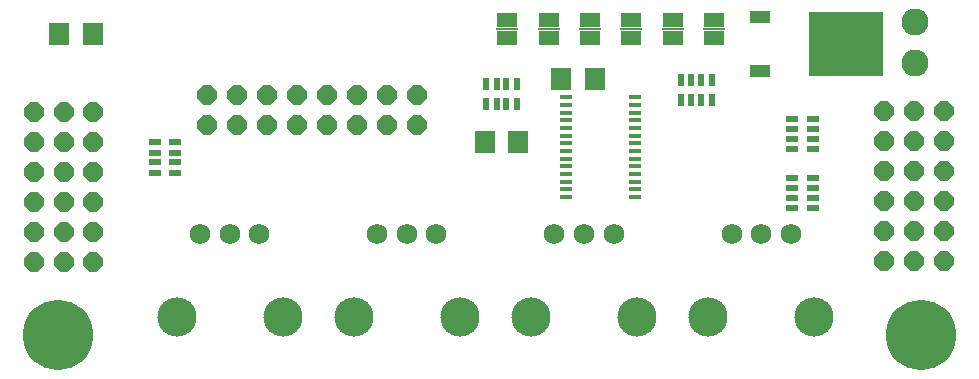
<source format=gbr>
G04 EAGLE Gerber RS-274X export*
G75*
%MOMM*%
%FSLAX34Y34*%
%LPD*%
%INSoldermask Bottom*%
%IPPOS*%
%AMOC8*
5,1,8,0,0,1.08239X$1,22.5*%
G01*
%ADD10C,5.943600*%
%ADD11P,1.759533X8X22.500000*%
%ADD12R,1.092200X0.406400*%
%ADD13R,1.701800X1.270000*%
%ADD14R,1.828800X0.152400*%
%ADD15R,1.701600X1.904600*%
%ADD16C,2.286000*%
%ADD17R,6.301600X5.501600*%
%ADD18R,1.701600X1.101600*%
%ADD19R,1.001600X0.551600*%
%ADD20R,0.551600X1.001600*%
%ADD21P,1.759533X8X202.500000*%
%ADD22C,3.317600*%
%ADD23C,1.751600*%


D10*
X35000Y35000D03*
X765000Y35000D03*
D11*
X161100Y212300D03*
X186500Y212300D03*
X211900Y212300D03*
X237300Y212300D03*
X262700Y212300D03*
X288100Y212300D03*
X161100Y237700D03*
X186500Y237700D03*
X211900Y237700D03*
X237300Y237700D03*
X262700Y237700D03*
X288100Y237700D03*
X313500Y212300D03*
X338900Y212300D03*
X313500Y237700D03*
X338900Y237700D03*
D12*
X523178Y236250D03*
X523178Y229750D03*
X523178Y223250D03*
X523178Y216750D03*
X523178Y210250D03*
X523178Y203750D03*
X523178Y197250D03*
X523178Y190750D03*
X464822Y190750D03*
X464822Y197250D03*
X464822Y203750D03*
X464822Y210250D03*
X464822Y216750D03*
X464822Y223250D03*
X464822Y229750D03*
X464822Y236250D03*
X523178Y184250D03*
X523178Y177750D03*
X464822Y184250D03*
X464822Y177750D03*
X523178Y171250D03*
X523178Y164750D03*
X523178Y158250D03*
X523178Y151750D03*
X464822Y151750D03*
X464822Y158250D03*
X464822Y164750D03*
X464822Y171250D03*
D13*
X415000Y286380D03*
X415000Y301620D03*
D14*
X415000Y294000D03*
D13*
X450000Y286380D03*
X450000Y301620D03*
D14*
X450000Y294000D03*
D13*
X485000Y286380D03*
X485000Y301620D03*
D14*
X485000Y294000D03*
D13*
X520000Y286380D03*
X520000Y301620D03*
D14*
X520000Y294000D03*
D13*
X555000Y286380D03*
X555000Y301620D03*
D14*
X555000Y294000D03*
D13*
X590000Y286380D03*
X590000Y301620D03*
D14*
X590000Y294000D03*
D15*
X489220Y252000D03*
X460780Y252000D03*
X395780Y198000D03*
X424220Y198000D03*
D16*
X760000Y265000D03*
X760000Y300000D03*
D17*
X702000Y281000D03*
D18*
X629000Y258200D03*
X629000Y303800D03*
D19*
X673500Y142000D03*
X656500Y142000D03*
X673500Y151000D03*
X673500Y159000D03*
X673500Y168000D03*
X656500Y168000D03*
X656500Y151000D03*
X656500Y159000D03*
X673500Y192000D03*
X656500Y192000D03*
X673500Y201000D03*
X673500Y209000D03*
X673500Y218000D03*
X656500Y218000D03*
X656500Y201000D03*
X656500Y209000D03*
X116500Y198000D03*
X133500Y198000D03*
X116500Y189000D03*
X116500Y181000D03*
X116500Y172000D03*
X133500Y172000D03*
X133500Y189000D03*
X133500Y181000D03*
D20*
X588000Y250500D03*
X588000Y233500D03*
X579000Y250500D03*
X571000Y250500D03*
X562000Y250500D03*
X562000Y233500D03*
X579000Y233500D03*
X571000Y233500D03*
X423000Y247500D03*
X423000Y230500D03*
X414000Y247500D03*
X406000Y247500D03*
X397000Y247500D03*
X397000Y230500D03*
X414000Y230500D03*
X406000Y230500D03*
D11*
X734400Y224500D03*
X734400Y199100D03*
X734400Y173700D03*
X734400Y148300D03*
X734400Y122900D03*
X734400Y97500D03*
D21*
X64600Y96500D03*
X64600Y121900D03*
X64600Y147300D03*
X64600Y172700D03*
X64600Y198100D03*
X64600Y223500D03*
D11*
X40000Y223500D03*
X40000Y198100D03*
X40000Y172700D03*
X40000Y147300D03*
X40000Y121900D03*
X40000Y96500D03*
X14600Y223500D03*
X14600Y198100D03*
X14600Y172700D03*
X14600Y147300D03*
X14600Y121900D03*
X14600Y96500D03*
D21*
X759600Y97500D03*
X759600Y122900D03*
X759600Y148300D03*
X759600Y173700D03*
X759600Y199100D03*
X759600Y224500D03*
X785000Y97500D03*
X785000Y122900D03*
X785000Y148300D03*
X785000Y173700D03*
X785000Y199100D03*
X785000Y224500D03*
D22*
X375000Y50000D03*
X285000Y50000D03*
D23*
X330000Y120000D03*
X355000Y120000D03*
X305000Y120000D03*
D22*
X225000Y50000D03*
X135000Y50000D03*
D23*
X180000Y120000D03*
X205000Y120000D03*
X155000Y120000D03*
D22*
X525000Y50000D03*
X435000Y50000D03*
D23*
X480000Y120000D03*
X505000Y120000D03*
X455000Y120000D03*
D22*
X675000Y50000D03*
X585000Y50000D03*
D23*
X630000Y120000D03*
X655000Y120000D03*
X605000Y120000D03*
D15*
X35780Y290000D03*
X64220Y290000D03*
M02*

</source>
